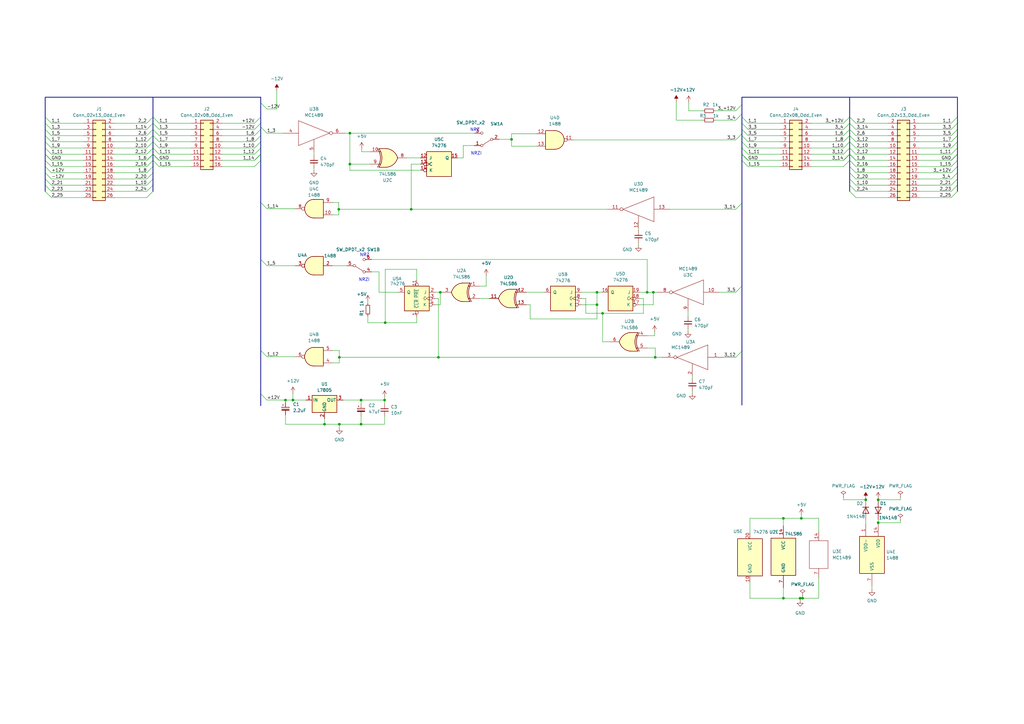
<source format=kicad_sch>
(kicad_sch
	(version 20250114)
	(generator "eeschema")
	(generator_version "9.0")
	(uuid "38f9d4dd-a691-4a6d-ab32-d870678a13e7")
	(paper "A3")
	(title_block
		(title "DataBoard 5048")
		(date "2023-10-11")
		(rev "1.01")
		(company "SweProj")
	)
	
	(text "NRZI"
		(exclude_from_sim no)
		(at 147.066 115.57 0)
		(effects
			(font
				(size 1.27 1.27)
			)
			(justify left bottom)
		)
		(uuid "0a0549fc-5a97-44df-acaf-44ce4abd60bc")
	)
	(text "NRZ"
		(exclude_from_sim no)
		(at 192.786 54.102 0)
		(effects
			(font
				(size 1.27 1.27)
			)
			(justify left bottom)
		)
		(uuid "65da2f38-a54d-4606-a75b-5437d94dafb4")
	)
	(text "NRZ"
		(exclude_from_sim no)
		(at 147.574 105.41 0)
		(effects
			(font
				(size 1.27 1.27)
			)
			(justify left bottom)
		)
		(uuid "66b984ee-175a-45c7-ad22-ff72c88da655")
	)
	(text "NRZI"
		(exclude_from_sim no)
		(at 193.04 63.754 0)
		(effects
			(font
				(size 1.27 1.27)
			)
			(justify left bottom)
		)
		(uuid "ba547d3a-757f-4e55-b938-7f370ca4ca15")
	)
	(junction
		(at 179.832 146.558)
		(diameter 0)
		(color 0 0 0 0)
		(uuid "05d76111-33fa-4efa-9f5c-f0444141185c")
	)
	(junction
		(at 148.082 173.99)
		(diameter 0)
		(color 0 0 0 0)
		(uuid "23884530-4578-4129-97c2-ca27d3dc0ea8")
	)
	(junction
		(at 244.856 119.888)
		(diameter 0)
		(color 0 0 0 0)
		(uuid "2978997a-fff6-43fc-95cd-76faa2b71cc6")
	)
	(junction
		(at 143.51 67.31)
		(diameter 0)
		(color 0 0 0 0)
		(uuid "2d9249b0-a5b0-4c27-98da-1473272c40c5")
	)
	(junction
		(at 117.094 164.084)
		(diameter 0)
		(color 0 0 0 0)
		(uuid "324d26e1-b966-4e4b-8448-62f4d7905ee1")
	)
	(junction
		(at 360.172 214.376)
		(diameter 0)
		(color 0 0 0 0)
		(uuid "39175905-43aa-4917-b231-aec47f9b5988")
	)
	(junction
		(at 139.192 173.99)
		(diameter 0)
		(color 0 0 0 0)
		(uuid "48dab5d8-1795-4f4f-bb2f-66b9f9366cea")
	)
	(junction
		(at 168.656 85.852)
		(diameter 0)
		(color 0 0 0 0)
		(uuid "4a938f0b-30c6-4bae-82de-daf75c42f9d5")
	)
	(junction
		(at 133.096 173.99)
		(diameter 0)
		(color 0 0 0 0)
		(uuid "55f8b612-5ab2-44fc-9a22-eb5ed05b32f8")
	)
	(junction
		(at 268.732 146.558)
		(diameter 0)
		(color 0 0 0 0)
		(uuid "57bbe5cd-e64c-499a-ba9d-a01509d08987")
	)
	(junction
		(at 328.676 212.598)
		(diameter 0)
		(color 0 0 0 0)
		(uuid "5b28bbf6-32a9-41cd-99fb-c4a31a8a68ed")
	)
	(junction
		(at 143.51 54.61)
		(diameter 0)
		(color 0 0 0 0)
		(uuid "5ca8a22b-6fd2-404e-bcab-ec5c06ed9c3b")
	)
	(junction
		(at 247.142 128.524)
		(diameter 0)
		(color 0 0 0 0)
		(uuid "6f3219fd-f649-42d0-97ab-74769c94cdc7")
	)
	(junction
		(at 265.43 119.888)
		(diameter 0)
		(color 0 0 0 0)
		(uuid "706704a4-19a1-4d17-9b54-685d08b264c4")
	)
	(junction
		(at 321.31 212.598)
		(diameter 0)
		(color 0 0 0 0)
		(uuid "70c793ac-0d79-49fa-ae32-e0fb6588d87d")
	)
	(junction
		(at 120.142 164.084)
		(diameter 0)
		(color 0 0 0 0)
		(uuid "8d2c2e37-94c7-430e-ba99-b462113e51df")
	)
	(junction
		(at 139.192 146.558)
		(diameter 0)
		(color 0 0 0 0)
		(uuid "8f4625c2-389c-4051-b9c1-32373dc30d62")
	)
	(junction
		(at 355.092 204.978)
		(diameter 0)
		(color 0 0 0 0)
		(uuid "97d04301-8694-471d-9e7c-3e3a18866bb8")
	)
	(junction
		(at 148.082 164.084)
		(diameter 0)
		(color 0 0 0 0)
		(uuid "99727968-14b0-4da1-82e2-ecffb5bce417")
	)
	(junction
		(at 321.31 245.364)
		(diameter 0)
		(color 0 0 0 0)
		(uuid "9ee7b708-2e41-4465-90fa-ccb4a40ddc76")
	)
	(junction
		(at 329.184 245.364)
		(diameter 0)
		(color 0 0 0 0)
		(uuid "a2b3efb0-d6c8-4041-8208-98255e7c7742")
	)
	(junction
		(at 157.734 164.084)
		(diameter 0)
		(color 0 0 0 0)
		(uuid "a2de0c69-9815-4ba0-b52c-c35f21f24380")
	)
	(junction
		(at 138.938 85.852)
		(diameter 0)
		(color 0 0 0 0)
		(uuid "a3ab2c9f-b9a7-48ac-9370-bbbeead8db78")
	)
	(junction
		(at 244.856 124.968)
		(diameter 0)
		(color 0 0 0 0)
		(uuid "a462b7df-2950-4e1b-9875-970e6bbffe80")
	)
	(junction
		(at 209.804 57.15)
		(diameter 0)
		(color 0 0 0 0)
		(uuid "a768df95-e422-4b2f-8393-33968d43ddbf")
	)
	(junction
		(at 180.594 119.888)
		(diameter 0)
		(color 0 0 0 0)
		(uuid "b13e2425-78b4-4961-8e03-29b6a368d768")
	)
	(junction
		(at 267.97 119.888)
		(diameter 0)
		(color 0 0 0 0)
		(uuid "c0ed5088-f695-4ac8-9496-04d7880e04cf")
	)
	(junction
		(at 157.988 132.334)
		(diameter 0)
		(color 0 0 0 0)
		(uuid "c48ce42d-46a2-4577-a00d-10817f6979af")
	)
	(junction
		(at 328.168 245.364)
		(diameter 0)
		(color 0 0 0 0)
		(uuid "c86696ce-4b5e-4bc5-b790-785f24096fa2")
	)
	(junction
		(at 360.172 204.978)
		(diameter 0)
		(color 0 0 0 0)
		(uuid "fe94871f-6779-44f7-bb67-4b2e18e8f096")
	)
	(bus_entry
		(at 348.488 68.326)
		(size 2.54 2.54)
		(stroke
			(width 0)
			(type default)
		)
		(uuid "003d1fcb-faa5-4b91-ad75-a4287131da28")
	)
	(bus_entry
		(at 392.684 58.166)
		(size -2.54 2.54)
		(stroke
			(width 0)
			(type default)
		)
		(uuid "068442e6-1599-4fe0-8aff-f8ad879b3f7d")
	)
	(bus_entry
		(at 106.934 63.246)
		(size -2.54 2.54)
		(stroke
			(width 0)
			(type default)
		)
		(uuid "0697c22b-5e49-4640-896c-0b07e4e4a3d7")
	)
	(bus_entry
		(at 301.752 85.852)
		(size 2.54 -2.54)
		(stroke
			(width 0)
			(type default)
		)
		(uuid "116d8d11-9685-4b6a-b090-45b40dbbbc26")
	)
	(bus_entry
		(at 348.488 48.006)
		(size -2.54 2.54)
		(stroke
			(width 0)
			(type default)
		)
		(uuid "134874b9-01ab-4706-b3b6-0518c45121c6")
	)
	(bus_entry
		(at 106.934 106.426)
		(size 2.54 2.54)
		(stroke
			(width 0)
			(type default)
		)
		(uuid "1546b91c-7999-4c41-91ee-d491ddd0d4bd")
	)
	(bus_entry
		(at 304.292 63.246)
		(size 2.54 2.54)
		(stroke
			(width 0)
			(type default)
		)
		(uuid "1684f0dc-28a1-4b4e-9559-3e6b6e2e24be")
	)
	(bus_entry
		(at 62.738 63.246)
		(size -2.54 2.54)
		(stroke
			(width 0)
			(type default)
		)
		(uuid "16b66556-c5b9-42c2-bd54-4d9cf0e86fd1")
	)
	(bus_entry
		(at 62.738 53.086)
		(size -2.54 2.54)
		(stroke
			(width 0)
			(type default)
		)
		(uuid "1743a77c-a8df-4751-8496-498847022c3f")
	)
	(bus_entry
		(at 348.488 58.166)
		(size 2.54 2.54)
		(stroke
			(width 0)
			(type default)
		)
		(uuid "189babf7-04c1-400c-8a39-b46a1c9992d0")
	)
	(bus_entry
		(at 106.934 53.086)
		(size -2.54 2.54)
		(stroke
			(width 0)
			(type default)
		)
		(uuid "1936def7-5ee4-4485-b8f2-303b0062a271")
	)
	(bus_entry
		(at 301.752 45.466)
		(size 2.54 -2.54)
		(stroke
			(width 0)
			(type default)
		)
		(uuid "1e28fd74-5f24-4ec4-a46e-210bca3300d6")
	)
	(bus_entry
		(at 62.738 48.006)
		(size -2.54 2.54)
		(stroke
			(width 0)
			(type default)
		)
		(uuid "22ebca52-c1aa-4e08-8e6e-8ceea6456720")
	)
	(bus_entry
		(at 348.488 53.086)
		(size 2.54 2.54)
		(stroke
			(width 0)
			(type default)
		)
		(uuid "2386b93f-25db-428c-8f79-7574ef5ffd4b")
	)
	(bus_entry
		(at 18.542 70.866)
		(size 2.54 2.54)
		(stroke
			(width 0)
			(type default)
		)
		(uuid "2639e60e-3354-4976-aa03-239e09efb66a")
	)
	(bus_entry
		(at 106.934 83.058)
		(size 2.54 2.54)
		(stroke
			(width 0)
			(type default)
		)
		(uuid "2e4f6768-4c3f-49da-ad4f-6b0239c3125e")
	)
	(bus_entry
		(at 18.542 48.006)
		(size 2.54 2.54)
		(stroke
			(width 0)
			(type default)
		)
		(uuid "2ed92f30-84f0-4e07-b3f6-c53bb1a21926")
	)
	(bus_entry
		(at 62.738 58.166)
		(size 2.54 2.54)
		(stroke
			(width 0)
			(type default)
		)
		(uuid "2f450d73-0495-4a00-8708-3938f380d7c7")
	)
	(bus_entry
		(at 62.738 55.626)
		(size 2.54 2.54)
		(stroke
			(width 0)
			(type default)
		)
		(uuid "2fa29ada-9931-49a0-8940-e1b495004ec9")
	)
	(bus_entry
		(at 106.934 161.544)
		(size 2.54 2.54)
		(stroke
			(width 0)
			(type default)
		)
		(uuid "340af061-eb65-4171-a941-a879a81bef8d")
	)
	(bus_entry
		(at 304.292 58.166)
		(size 2.54 2.54)
		(stroke
			(width 0)
			(type default)
		)
		(uuid "36b66874-7f3c-47d1-b9c4-fcf3ebf99d52")
	)
	(bus_entry
		(at 348.488 78.486)
		(size 2.54 2.54)
		(stroke
			(width 0)
			(type default)
		)
		(uuid "37fd7600-3913-47c6-b4d5-e6c426949cf9")
	)
	(bus_entry
		(at 392.684 70.866)
		(size -2.54 2.54)
		(stroke
			(width 0)
			(type default)
		)
		(uuid "3b40cda5-3713-4c90-82cf-bf0e314716f4")
	)
	(bus_entry
		(at 106.934 143.764)
		(size 2.54 2.54)
		(stroke
			(width 0)
			(type default)
		)
		(uuid "3da4357e-5bc7-4168-8eb4-f9f76e887917")
	)
	(bus_entry
		(at 348.488 63.246)
		(size 2.54 2.54)
		(stroke
			(width 0)
			(type default)
		)
		(uuid "3f99e6b9-0c94-48c8-bf12-9aaf6b94db74")
	)
	(bus_entry
		(at 62.738 63.246)
		(size 2.54 2.54)
		(stroke
			(width 0)
			(type default)
		)
		(uuid "46d1f425-d7a5-4818-8d8e-e7bcdb5dc899")
	)
	(bus_entry
		(at 106.934 65.786)
		(size -2.54 2.54)
		(stroke
			(width 0)
			(type default)
		)
		(uuid "47eba0e9-b079-43f1-9cbe-7809ca63d490")
	)
	(bus_entry
		(at 348.488 73.406)
		(size 2.54 2.54)
		(stroke
			(width 0)
			(type default)
		)
		(uuid "49bbea0d-f22d-46e1-b222-05a65ed8065d")
	)
	(bus_entry
		(at 304.292 60.706)
		(size 2.54 2.54)
		(stroke
			(width 0)
			(type default)
		)
		(uuid "4f3094e8-57ee-4bc4-ae9e-f4e4a3b6e0b5")
	)
	(bus_entry
		(at 348.488 63.246)
		(size 2.54 2.54)
		(stroke
			(width 0)
			(type default)
		)
		(uuid "502d33d5-6ac0-40f7-bf9f-3866650c5301")
	)
	(bus_entry
		(at 18.542 63.246)
		(size 2.54 2.54)
		(stroke
			(width 0)
			(type default)
		)
		(uuid "50b3ad60-a93b-4d8e-a768-fae135b6a63f")
	)
	(bus_entry
		(at 106.934 60.706)
		(size -2.54 2.54)
		(stroke
			(width 0)
			(type default)
		)
		(uuid "514798bd-d36d-48c5-8e89-2e3b5bfafbcf")
	)
	(bus_entry
		(at 62.738 70.866)
		(size -2.54 2.54)
		(stroke
			(width 0)
			(type default)
		)
		(uuid "522977e6-d3d8-4cab-94c6-50adfc56f8eb")
	)
	(bus_entry
		(at 348.488 50.546)
		(size -2.54 2.54)
		(stroke
			(width 0)
			(type default)
		)
		(uuid "556ef87a-0866-4ea1-98ad-4f991a4adcac")
	)
	(bus_entry
		(at 18.542 75.946)
		(size 2.54 2.54)
		(stroke
			(width 0)
			(type default)
		)
		(uuid "56cb05f0-6e25-41ba-9045-45c58b9ba859")
	)
	(bus_entry
		(at 348.488 53.086)
		(size -2.54 2.54)
		(stroke
			(width 0)
			(type default)
		)
		(uuid "5ecd772f-a8d8-45ef-82dd-5cde2a128c5e")
	)
	(bus_entry
		(at 392.684 53.086)
		(size -2.54 2.54)
		(stroke
			(width 0)
			(type default)
		)
		(uuid "5f19d8a5-37cd-4f76-a8cc-3e602b4ae33a")
	)
	(bus_entry
		(at 62.738 68.326)
		(size -2.54 2.54)
		(stroke
			(width 0)
			(type default)
		)
		(uuid "5fe95144-062d-4d27-8043-35ee7d9a36ed")
	)
	(bus_entry
		(at 392.684 63.246)
		(size -2.54 2.54)
		(stroke
			(width 0)
			(type default)
		)
		(uuid "60d977a2-b56c-41b6-b3c2-36585c42b3c1")
	)
	(bus_entry
		(at 348.488 48.006)
		(size 2.54 2.54)
		(stroke
			(width 0)
			(type default)
		)
		(uuid "64cc099c-e47b-439a-8e13-7b81a19cc0f4")
	)
	(bus_entry
		(at 348.488 75.946)
		(size 2.54 2.54)
		(stroke
			(width 0)
			(type default)
		)
		(uuid "654f4ce1-79bd-433f-a30c-364edbb80f34")
	)
	(bus_entry
		(at 392.684 50.546)
		(size -2.54 2.54)
		(stroke
			(width 0)
			(type default)
		)
		(uuid "6628b013-6e20-450c-a8da-b99f1e9fde8d")
	)
	(bus_entry
		(at 348.488 55.626)
		(size 2.54 2.54)
		(stroke
			(width 0)
			(type default)
		)
		(uuid "66cf3148-e774-4c95-9e9e-38f961248217")
	)
	(bus_entry
		(at 348.488 63.246)
		(size -2.54 2.54)
		(stroke
			(width 0)
			(type default)
		)
		(uuid "67c0f529-e58a-46d0-a97b-888e2e6b5350")
	)
	(bus_entry
		(at 392.684 78.486)
		(size -2.54 2.54)
		(stroke
			(width 0)
			(type default)
		)
		(uuid "6acf1652-d7e8-4a19-9b3d-f59610a1a521")
	)
	(bus_entry
		(at 348.488 65.786)
		(size 2.54 2.54)
		(stroke
			(width 0)
			(type default)
		)
		(uuid "6cd94c62-f24e-4667-b96e-78a5defd64a4")
	)
	(bus_entry
		(at 301.752 119.888)
		(size 2.54 -2.54)
		(stroke
			(width 0)
			(type default)
		)
		(uuid "6f34ee05-1497-45ed-b87e-5c9391ed4ade")
	)
	(bus_entry
		(at 301.752 49.276)
		(size 2.54 -2.54)
		(stroke
			(width 0)
			(type default)
		)
		(uuid "705086ce-28fb-4eec-923a-6329b62ce142")
	)
	(bus_entry
		(at 62.738 53.086)
		(size 2.54 2.54)
		(stroke
			(width 0)
			(type default)
		)
		(uuid "73f60eae-7ce0-4fc6-b0a9-aa59af806ae9")
	)
	(bus_entry
		(at 301.752 57.404)
		(size 2.54 -2.54)
		(stroke
			(width 0)
			(type default)
		)
		(uuid "752c659b-fd41-41a3-b784-be7340cdd76a")
	)
	(bus_entry
		(at 18.542 50.546)
		(size 2.54 2.54)
		(stroke
			(width 0)
			(type default)
		)
		(uuid "7a796354-3f0c-4bef-8d91-1a1cb40d6c36")
	)
	(bus_entry
		(at 106.934 48.006)
		(size -2.54 2.54)
		(stroke
			(width 0)
			(type default)
		)
		(uuid "7c049d96-131c-454e-bd8a-8f75dc47d788")
	)
	(bus_entry
		(at 348.488 55.626)
		(size -2.54 2.54)
		(stroke
			(width 0)
			(type default)
		)
		(uuid "7fbc58b4-8511-40c2-9104-aba7748edbf9")
	)
	(bus_entry
		(at 301.752 146.558)
		(size 2.54 -2.54)
		(stroke
			(width 0)
			(type default)
		)
		(uuid "81963e57-0aa1-45df-b4fc-012fb90bac4a")
	)
	(bus_entry
		(at 62.738 58.166)
		(size -2.54 2.54)
		(stroke
			(width 0)
			(type default)
		)
		(uuid "84eda46a-3959-42df-acd2-a45745a02762")
	)
	(bus_entry
		(at 62.738 73.406)
		(size -2.54 2.54)
		(stroke
			(width 0)
			(type default)
		)
		(uuid "855196f1-0dd3-4e1c-b126-50b86b9c259b")
	)
	(bus_entry
		(at 18.542 58.166)
		(size 2.54 2.54)
		(stroke
			(width 0)
			(type default)
		)
		(uuid "8b7c5736-b30d-4d07-8927-2a323494413c")
	)
	(bus_entry
		(at 18.542 65.786)
		(size 2.54 2.54)
		(stroke
			(width 0)
			(type default)
		)
		(uuid "8bdce988-32bc-4224-a7ca-32d2756af9d8")
	)
	(bus_entry
		(at 348.488 63.246)
		(size -2.54 2.54)
		(stroke
			(width 0)
			(type default)
		)
		(uuid "8e72cd03-5f6b-4934-9e92-4dd3f9265aae")
	)
	(bus_entry
		(at 392.684 60.706)
		(size -2.54 2.54)
		(stroke
			(width 0)
			(type default)
		)
		(uuid "8fc28670-cb2e-42e6-8950-530b1533c432")
	)
	(bus_entry
		(at 62.738 65.786)
		(size 2.54 2.54)
		(stroke
			(width 0)
			(type default)
		)
		(uuid "94bf3dcb-8550-4c3d-9a0e-f3c42cf27c63")
	)
	(bus_entry
		(at 304.292 63.246)
		(size 2.54 2.54)
		(stroke
			(width 0)
			(type default)
		)
		(uuid "953075b6-4fd1-4c15-9418-1b31e75dfcb3")
	)
	(bus_entry
		(at 62.738 60.706)
		(size 2.54 2.54)
		(stroke
			(width 0)
			(type default)
		)
		(uuid "96d52189-b27a-442f-a4ef-b7bd5c084755")
	)
	(bus_entry
		(at 348.488 70.866)
		(size 2.54 2.54)
		(stroke
			(width 0)
			(type default)
		)
		(uuid "9a5ce63c-1ae6-40ef-a678-0335a17df09c")
	)
	(bus_entry
		(at 348.488 60.706)
		(size 2.54 2.54)
		(stroke
			(width 0)
			(type default)
		)
		(uuid "9b0269f0-40f9-43f7-a42b-781845a5eab3")
	)
	(bus_entry
		(at 304.292 65.786)
		(size 2.54 2.54)
		(stroke
			(width 0)
			(type default)
		)
		(uuid "9b8c5116-aeb6-4c8f-983f-7a111ae723f3")
	)
	(bus_entry
		(at 348.488 60.706)
		(size -2.54 2.54)
		(stroke
			(width 0)
			(type default)
		)
		(uuid "9ca456cf-6e0d-465a-ab64-8d4814978299")
	)
	(bus_entry
		(at 106.934 63.246)
		(size -2.54 2.54)
		(stroke
			(width 0)
			(type default)
		)
		(uuid "9e2ab418-8243-4bc3-96f2-b871baff1e87")
	)
	(bus_entry
		(at 348.488 50.546)
		(size 2.54 2.54)
		(stroke
			(width 0)
			(type default)
		)
		(uuid "9eaf3673-fc28-4bc9-bc0f-b9810a22b62c")
	)
	(bus_entry
		(at 18.542 53.086)
		(size 2.54 2.54)
		(stroke
			(width 0)
			(type default)
		)
		(uuid "a1be8e50-db43-4694-ba00-9a1de2c7c91d")
	)
	(bus_entry
		(at 18.542 68.326)
		(size 2.54 2.54)
		(stroke
			(width 0)
			(type default)
		)
		(uuid "a793ea26-05e6-4d63-8941-6840393b0e72")
	)
	(bus_entry
		(at 62.738 63.246)
		(size -2.54 2.54)
		(stroke
			(width 0)
			(type default)
		)
		(uuid "b26d2f72-9627-4327-8af9-796c68445d00")
	)
	(bus_entry
		(at 18.542 60.706)
		(size 2.54 2.54)
		(stroke
			(width 0)
			(type default)
		)
		(uuid "b38dd378-a6a6-4011-b3e0-e4a72da16579")
	)
	(bus_entry
		(at 62.738 65.786)
		(size -2.54 2.54)
		(stroke
			(width 0)
			(type default)
		)
		(uuid "bc6d5f38-4e30-4bbc-b80f-04060875cd1d")
	)
	(bus_entry
		(at 106.934 55.626)
		(size -2.54 2.54)
		(stroke
			(width 0)
			(type default)
		)
		(uuid "bce0c2d8-6e43-435e-bb61-0cc3749da8b8")
	)
	(bus_entry
		(at 62.738 75.946)
		(size -2.54 2.54)
		(stroke
			(width 0)
			(type default)
		)
		(uuid "bd3884ae-47cd-4003-bd3b-243e33fbbe5e")
	)
	(bus_entry
		(at 62.738 60.706)
		(size -2.54 2.54)
		(stroke
			(width 0)
			(type default)
		)
		(uuid "be82a768-71ec-4b09-b39b-e29509bf0a30")
	)
	(bus_entry
		(at 18.542 63.246)
		(size 2.54 2.54)
		(stroke
			(width 0)
			(type default)
		)
		(uuid "beb2ce28-a494-4ab6-8d92-9f5569360b3b")
	)
	(bus_entry
		(at 348.488 65.786)
		(size -2.54 2.54)
		(stroke
			(width 0)
			(type default)
		)
		(uuid "c29922fc-c72d-4acb-917d-35b78b79d3da")
	)
	(bus_entry
		(at 106.934 52.07)
		(size 2.54 2.54)
		(stroke
			(width 0)
			(type default)
		)
		(uuid "c2c6d1b7-9a09-4798-9329-6fd9e0eb9f9b")
	)
	(bus_entry
		(at 18.542 55.626)
		(size 2.54 2.54)
		(stroke
			(width 0)
			(type default)
		)
		(uuid "c50e9406-8338-4c38-a5a7-909a95fe4f68")
	)
	(bus_entry
		(at 18.542 73.406)
		(size 2.54 2.54)
		(stroke
			(width 0)
			(type default)
		)
		(uuid "c72578e8-8313-462c-a847-0b9c0eb553b4")
	)
	(bus_entry
		(at 304.292 50.546)
		(size 2.54 2.54)
		(stroke
			(width 0)
			(type default)
		)
		(uuid "ca95c90e-08fb-4680-a074-7c8e7a997f1d")
	)
	(bus_entry
		(at 392.684 48.006)
		(size -2.54 2.54)
		(stroke
			(width 0)
			(type default)
		)
		(uuid "cb029519-4a00-4030-b088-1e021e6eddbc")
	)
	(bus_entry
		(at 18.542 78.486)
		(size 2.54 2.54)
		(stroke
			(width 0)
			(type default)
		)
		(uuid "ce09847d-8b20-4805-a45e-9b7ef8a44a40")
	)
	(bus_entry
		(at 62.738 55.626)
		(size -2.54 2.54)
		(stroke
			(width 0)
			(type default)
		)
		(uuid "d0dd4985-9159-4c8f-bd5d-4f81896b1585")
	)
	(bus_entry
		(at 62.738 50.546)
		(size 2.54 2.54)
		(stroke
			(width 0)
			(type default)
		)
		(uuid "d3281a8d-80a7-4a3a-8e06-922ad4300cf4")
	)
	(bus_entry
		(at 392.684 55.626)
		(size -2.54 2.54)
		(stroke
			(width 0)
			(type default)
		)
		(uuid "d61f1355-0196-4400-af1d-deda07476059")
	)
	(bus_entry
		(at 392.684 73.406)
		(size -2.54 2.54)
		(stroke
			(width 0)
			(type default)
		)
		(uuid "d807b986-56a9-49ac-9f42-833b4904ec1c")
	)
	(bus_entry
		(at 106.934 58.166)
		(size -2.54 2.54)
		(stroke
			(width 0)
			(type default)
		)
		(uuid "d9259b32-4c4d-430b-916a-80125e6f1046")
	)
	(bus_entry
		(at 62.738 78.486)
		(size -2.54 2.54)
		(stroke
			(width 0)
			(type default)
		)
		(uuid "d9a4bf46-aeeb-4320-82a2-730c3030a128")
	)
	(bus_entry
		(at 62.738 50.546)
		(size -2.54 2.54)
		(stroke
			(width 0)
			(type default)
		)
		(uuid "e3a83871-1e3b-4bcb-90a3-aab13e3d626a")
	)
	(bus_entry
		(at 106.934 50.546)
		(size -2.54 2.54)
		(stroke
			(width 0)
			(type default)
		)
		(uuid "eaecfb63-b383-46a9-8c29-971cf5741b06")
	)
	(bus_entry
		(at 62.738 48.006)
		(size 2.54 2.54)
		(stroke
			(width 0)
			(type default)
		)
		(uuid "eb3be473-2ed0-4e07-8937-98c8ac7ba835")
	)
	(bus_entry
		(at 304.292 55.626)
		(size 2.54 2.54)
		(stroke
			(width 0)
			(type default)
		)
		(uuid "ec12118a-11fb-4a03-8278-8af128108827")
	)
	(bus_entry
		(at 392.684 65.786)
		(size -2.54 2.54)
		(stroke
			(width 0)
			(type default)
		)
		(uuid "ed96362e-2f54-4487-83cb-bf5cecc9abba")
	)
	(bus_entry
		(at 106.934 42.164)
		(size 2.54 2.54)
		(stroke
			(width 0)
			(type default)
		)
		(uuid "f0ee5270-cb0b-4f9f-8b5d-930b1e290dec")
	)
	(bus_entry
		(at 348.488 58.166)
		(size -2.54 2.54)
		(stroke
			(width 0)
			(type default)
		)
		(uuid "f2761677-6aaa-403f-b3e8-b752d8c6024c")
	)
	(bus_entry
		(at 392.684 75.946)
		(size -2.54 2.54)
		(stroke
			(width 0)
			(type default)
		)
		(uuid "f53a9aff-6bbc-4b91-b648-4d449bf15f05")
	)
	(bus_entry
		(at 392.684 63.246)
		(size -2.54 2.54)
		(stroke
			(width 0)
			(type default)
		)
		(uuid "f636d4c7-749d-4d78-8d30-8065e86022c0")
	)
	(bus_entry
		(at 392.684 68.326)
		(size -2.54 2.54)
		(stroke
			(width 0)
			(type default)
		)
		(uuid "f7104bcb-1d7a-47a6-88f7-933ea6734410")
	)
	(bus_entry
		(at 304.292 48.006)
		(size 2.54 2.54)
		(stroke
			(width 0)
			(type default)
		)
		(uuid "f9f0bf41-f772-4241-b665-f980f26602e4")
	)
	(bus_entry
		(at 62.738 63.246)
		(size 2.54 2.54)
		(stroke
			(width 0)
			(type default)
		)
		(uuid "ff1e4d14-94fd-4d4b-8ff3-ee6da419f0b4")
	)
	(bus_entry
		(at 304.292 53.086)
		(size 2.54 2.54)
		(stroke
			(width 0)
			(type default)
		)
		(uuid "ff9c8699-99e4-4cb4-a07b-6f42c26add78")
	)
	(bus
		(pts
			(xy 62.738 63.246) (xy 62.738 65.786)
		)
		(stroke
			(width 0)
			(type default)
		)
		(uuid "003ae37c-30c0-4a24-a678-eec8e15ce7cf")
	)
	(bus
		(pts
			(xy 304.292 48.006) (xy 304.292 50.546)
		)
		(stroke
			(width 0)
			(type default)
		)
		(uuid "006e6794-d3bf-41e0-b09c-601c0b79608f")
	)
	(wire
		(pts
			(xy 390.144 81.026) (xy 376.936 81.026)
		)
		(stroke
			(width 0)
			(type default)
		)
		(uuid "0094147e-bb37-4eb4-a069-ca2f4286c235")
	)
	(bus
		(pts
			(xy 18.542 63.246) (xy 18.542 65.786)
		)
		(stroke
			(width 0)
			(type default)
		)
		(uuid "02aea13e-8402-435a-838b-9456121a1756")
	)
	(wire
		(pts
			(xy 357.632 240.284) (xy 357.632 241.808)
		)
		(stroke
			(width 0)
			(type default)
		)
		(uuid "02f1b093-2352-4105-844e-51e92514a363")
	)
	(wire
		(pts
			(xy 328.168 245.364) (xy 328.168 246.126)
		)
		(stroke
			(width 0)
			(type default)
		)
		(uuid "054f3916-05bb-4419-932b-c1904995598b")
	)
	(wire
		(pts
			(xy 104.394 63.246) (xy 91.186 63.246)
		)
		(stroke
			(width 0)
			(type default)
		)
		(uuid "0599c147-e709-4ddf-9de3-486493d02981")
	)
	(bus
		(pts
			(xy 348.488 60.706) (xy 348.488 63.246)
		)
		(stroke
			(width 0)
			(type default)
		)
		(uuid "05d5fdba-ec88-461f-a210-420a9efdeabe")
	)
	(wire
		(pts
			(xy 60.198 63.246) (xy 46.99 63.246)
		)
		(stroke
			(width 0)
			(type default)
		)
		(uuid "05f8bd54-eca1-4796-9f49-cdda3957c078")
	)
	(bus
		(pts
			(xy 304.292 65.786) (xy 304.292 83.312)
		)
		(stroke
			(width 0)
			(type default)
		)
		(uuid "07671cbb-7426-4b24-b542-78cf880dc483")
	)
	(bus
		(pts
			(xy 18.542 39.878) (xy 106.934 39.878)
		)
		(stroke
			(width 0)
			(type default)
		)
		(uuid "07769b16-9ebc-4f23-817e-cc55a6979c4b")
	)
	(bus
		(pts
			(xy 304.292 42.926) (xy 304.292 46.736)
		)
		(stroke
			(width 0)
			(type default)
		)
		(uuid "088bc09c-da9e-44e9-8ab2-248293cc0961")
	)
	(bus
		(pts
			(xy 304.292 39.878) (xy 304.292 42.926)
		)
		(stroke
			(width 0)
			(type default)
		)
		(uuid "0996b998-138e-455d-baed-ead1a2eb595c")
	)
	(wire
		(pts
			(xy 369.316 213.36) (xy 369.316 214.376)
		)
		(stroke
			(width 0)
			(type default)
		)
		(uuid "0b4512bd-e6db-47e9-b38b-30e33c182157")
	)
	(bus
		(pts
			(xy 348.488 40.132) (xy 348.488 48.006)
		)
		(stroke
			(width 0)
			(type default)
		)
		(uuid "0c59225d-d303-4ba1-a9f7-667f19686aff")
	)
	(wire
		(pts
			(xy 60.198 58.166) (xy 46.99 58.166)
		)
		(stroke
			(width 0)
			(type default)
		)
		(uuid "0c7a1fbb-e4cb-46d2-bc7b-263444b34af5")
	)
	(wire
		(pts
			(xy 265.43 106.426) (xy 265.43 119.888)
		)
		(stroke
			(width 0)
			(type default)
		)
		(uuid "0caa4758-8585-436d-b020-07e2712211f6")
	)
	(wire
		(pts
			(xy 109.474 108.966) (xy 121.158 108.966)
		)
		(stroke
			(width 0)
			(type default)
		)
		(uuid "0cebc53c-2c49-47a4-8cf2-113eda821c3a")
	)
	(wire
		(pts
			(xy 268.478 137.668) (xy 268.478 136.144)
		)
		(stroke
			(width 0)
			(type default)
		)
		(uuid "0d7e5e5c-1770-4a2a-93dd-f1c29dd7c727")
	)
	(wire
		(pts
			(xy 60.198 65.786) (xy 46.99 65.786)
		)
		(stroke
			(width 0)
			(type default)
		)
		(uuid "0dfec423-813a-4a74-9ce3-b9e49ac93401")
	)
	(wire
		(pts
			(xy 321.31 212.598) (xy 328.676 212.598)
		)
		(stroke
			(width 0)
			(type default)
		)
		(uuid "0f671966-d8a2-495b-b49e-9293cf972de5")
	)
	(wire
		(pts
			(xy 332.74 60.706) (xy 345.948 60.706)
		)
		(stroke
			(width 0)
			(type default)
		)
		(uuid "0f76de8e-9585-4a22-9b80-58f31afddb1a")
	)
	(wire
		(pts
			(xy 204.724 57.15) (xy 209.804 57.15)
		)
		(stroke
			(width 0)
			(type default)
		)
		(uuid "10806bb6-5111-495a-877a-12bfb146fe40")
	)
	(bus
		(pts
			(xy 392.684 68.326) (xy 392.684 70.866)
		)
		(stroke
			(width 0)
			(type default)
		)
		(uuid "10d53708-0d23-47eb-8975-727819421b01")
	)
	(wire
		(pts
			(xy 267.97 119.888) (xy 267.97 124.968)
		)
		(stroke
			(width 0)
			(type default)
		)
		(uuid "13c59b4f-959a-4c74-9c06-81e6bfedca08")
	)
	(wire
		(pts
			(xy 136.398 108.966) (xy 142.24 108.966)
		)
		(stroke
			(width 0)
			(type default)
		)
		(uuid "16ce0d2b-b102-416d-8d31-d4336ca12124")
	)
	(wire
		(pts
			(xy 209.804 59.944) (xy 209.804 57.15)
		)
		(stroke
			(width 0)
			(type default)
		)
		(uuid "17ed5276-28d7-4e90-bd73-f2743b6b9080")
	)
	(wire
		(pts
			(xy 143.51 69.85) (xy 172.466 69.85)
		)
		(stroke
			(width 0)
			(type default)
		)
		(uuid "1802fe0f-71d3-46c7-8e66-a6bef202d69c")
	)
	(wire
		(pts
			(xy 139.192 173.99) (xy 139.192 175.514)
		)
		(stroke
			(width 0)
			(type default)
		)
		(uuid "18dd07c8-2381-4492-81e0-3ebbdd8da00a")
	)
	(wire
		(pts
			(xy 390.144 78.486) (xy 376.936 78.486)
		)
		(stroke
			(width 0)
			(type default)
		)
		(uuid "18f3c889-0a3a-4419-bde2-42ad926c3a2d")
	)
	(bus
		(pts
			(xy 62.738 65.786) (xy 62.738 68.326)
		)
		(stroke
			(width 0)
			(type default)
		)
		(uuid "19029d48-a73a-4107-b763-787b65b90097")
	)
	(wire
		(pts
			(xy 21.082 81.026) (xy 34.29 81.026)
		)
		(stroke
			(width 0)
			(type default)
		)
		(uuid "190939c9-8882-4d7c-a728-d626585574f5")
	)
	(bus
		(pts
			(xy 392.684 39.878) (xy 304.292 39.878)
		)
		(stroke
			(width 0)
			(type default)
		)
		(uuid "198f9360-5fac-4c0d-a94a-753e404704a2")
	)
	(wire
		(pts
			(xy 307.594 218.44) (xy 307.594 212.598)
		)
		(stroke
			(width 0)
			(type default)
		)
		(uuid "1a56f948-cc64-4dff-996e-5befdc229099")
	)
	(bus
		(pts
			(xy 62.738 58.166) (xy 62.738 60.706)
		)
		(stroke
			(width 0)
			(type default)
		)
		(uuid "1bab8331-d1f9-45e5-9431-3c5b3c52690f")
	)
	(bus
		(pts
			(xy 62.738 50.546) (xy 62.738 53.086)
		)
		(stroke
			(width 0)
			(type default)
		)
		(uuid "1c01437b-3f78-4b44-8ae4-91e732a9ceff")
	)
	(wire
		(pts
			(xy 351.028 50.546) (xy 364.236 50.546)
		)
		(stroke
			(width 0)
			(type default)
		)
		(uuid "1c281edc-b495-4440-8cfc-b59e64e1046f")
	)
	(bus
		(pts
			(xy 106.934 58.166) (xy 106.934 60.706)
		)
		(stroke
			(width 0)
			(type default)
		)
		(uuid "1c3339b3-c155-449f-be1f-cbbf9f833da1")
	)
	(wire
		(pts
			(xy 240.284 122.428) (xy 240.284 128.524)
		)
		(stroke
			(width 0)
			(type default)
		)
		(uuid "1e54d020-695c-4d38-873f-9f0fa4dc6747")
	)
	(bus
		(pts
			(xy 348.488 75.946) (xy 348.488 78.486)
		)
		(stroke
			(width 0)
			(type default)
		)
		(uuid "1ee932aa-d79f-4e69-b7a4-85252343788a")
	)
	(bus
		(pts
			(xy 18.542 68.326) (xy 18.542 70.866)
		)
		(stroke
			(width 0)
			(type default)
		)
		(uuid "1f15b237-4255-4881-a29a-d846d1f5338d")
	)
	(bus
		(pts
			(xy 304.292 144.018) (xy 304.292 166.116)
		)
		(stroke
			(width 0)
			(type default)
		)
		(uuid "1fe466dc-196a-45f7-9689-4fba8a8faa8b")
	)
	(wire
		(pts
			(xy 306.832 58.166) (xy 320.04 58.166)
		)
		(stroke
			(width 0)
			(type default)
		)
		(uuid "2002bd7f-f59a-43db-9c82-fffb36ee25d5")
	)
	(bus
		(pts
			(xy 62.738 40.132) (xy 62.738 48.006)
		)
		(stroke
			(width 0)
			(type default)
		)
		(uuid "210cefc0-eb4a-4771-a8b7-2afb8e37b675")
	)
	(wire
		(pts
			(xy 351.028 73.406) (xy 364.236 73.406)
		)
		(stroke
			(width 0)
			(type default)
		)
		(uuid "212dae24-70bb-43c0-953d-8909868e9dfe")
	)
	(wire
		(pts
			(xy 390.144 53.086) (xy 376.936 53.086)
		)
		(stroke
			(width 0)
			(type default)
		)
		(uuid "21b315ed-d309-4258-8f5d-deaeb437b4d3")
	)
	(wire
		(pts
			(xy 351.028 75.946) (xy 364.236 75.946)
		)
		(stroke
			(width 0)
			(type default)
		)
		(uuid "21f79664-c86c-4157-9843-ccb9d0d6716c")
	)
	(wire
		(pts
			(xy 152.4 111.506) (xy 155.448 111.506)
		)
		(stroke
			(width 0)
			(type default)
		)
		(uuid "234cef1a-1376-4a18-9264-6f76f021dabb")
	)
	(bus
		(pts
			(xy 304.292 60.706) (xy 304.292 63.246)
		)
		(stroke
			(width 0)
			(type default)
		)
		(uuid "23dbe5db-0b22-452e-9afb-288dbf3688f5")
	)
	(bus
		(pts
			(xy 392.684 73.406) (xy 392.684 75.946)
		)
		(stroke
			(width 0)
			(type default)
		)
		(uuid "259ff3e3-c6f6-4cf0-99c7-d24945d24e19")
	)
	(wire
		(pts
			(xy 21.082 73.406) (xy 34.29 73.406)
		)
		(stroke
			(width 0)
			(type default)
		)
		(uuid "28b391c0-66ec-4ad3-8b2b-8a2eec7f763e")
	)
	(wire
		(pts
			(xy 351.028 63.246) (xy 364.236 63.246)
		)
		(stroke
			(width 0)
			(type default)
		)
		(uuid "29140952-af0d-4a3a-8012-38c0971b98ef")
	)
	(bus
		(pts
			(xy 348.488 58.166) (xy 348.488 60.706)
		)
		(stroke
			(width 0)
			(type default)
		)
		(uuid "29556a4c-7cfb-40a4-a227-3b3bd0c989d6")
	)
	(wire
		(pts
			(xy 120.142 164.084) (xy 125.476 164.084)
		)
		(stroke
			(width 0)
			(type default)
		)
		(uuid "29c3d4b3-12e0-4f05-a95f-f532e8bbe97d")
	)
	(wire
		(pts
			(xy 217.424 124.968) (xy 217.424 130.81)
		)
		(stroke
			(width 0)
			(type default)
		)
		(uuid "2a8f1361-0b95-4bce-ab6a-6324cdf8f519")
	)
	(wire
		(pts
			(xy 141.478 54.61) (xy 143.51 54.61)
		)
		(stroke
			(width 0)
			(type default)
		)
		(uuid "2aa03329-8da4-477c-872f-ee2ba20c63ca")
	)
	(wire
		(pts
			(xy 351.028 60.706) (xy 364.236 60.706)
		)
		(stroke
			(width 0)
			(type default)
		)
		(uuid "2ac13c58-405f-4f74-910e-07f3113be575")
	)
	(wire
		(pts
			(xy 180.594 119.888) (xy 181.356 119.888)
		)
		(stroke
			(width 0)
			(type default)
		)
		(uuid "2ae7d040-1965-4cb0-96b6-2498673a5307")
	)
	(wire
		(pts
			(xy 360.172 204.978) (xy 360.172 205.486)
		)
		(stroke
			(width 0)
			(type default)
		)
		(uuid "2bba4151-2829-466c-9bb6-4a04ae6748d3")
	)
	(wire
		(pts
			(xy 21.082 58.166) (xy 34.29 58.166)
		)
		(stroke
			(width 0)
			(type default)
		)
		(uuid "2c4399f8-ddc3-4082-a44c-1179a12378d4")
	)
	(wire
		(pts
			(xy 104.394 58.166) (xy 91.186 58.166)
		)
		(stroke
			(width 0)
			(type default)
		)
		(uuid "2c8fa3a3-62c6-42e6-9ee3-82a8e796eca3")
	)
	(wire
		(pts
			(xy 157.734 162.814) (xy 157.734 164.084)
		)
		(stroke
			(width 0)
			(type default)
		)
		(uuid "2d15e76c-208a-4669-9c16-9746f4a5d7f9")
	)
	(wire
		(pts
			(xy 355.092 204.978) (xy 345.948 204.978)
		)
		(stroke
			(width 0)
			(type default)
		)
		(uuid "2d8529cf-e511-4cfc-865b-8b0ab4ead997")
	)
	(wire
		(pts
			(xy 240.284 128.524) (xy 247.142 128.524)
		)
		(stroke
			(width 0)
			(type default)
		)
		(uuid "2da22692-766d-4b95-8648-a10ddb9d822d")
	)
	(bus
		(pts
			(xy 304.292 50.546) (xy 304.292 53.086)
		)
		(stroke
			(width 0)
			(type default)
		)
		(uuid "2e2c6005-f70e-408a-a5b1-781b9f13ff6a")
	)
	(wire
		(pts
			(xy 345.948 203.962) (xy 345.948 204.978)
		)
		(stroke
			(width 0)
			(type default)
		)
		(uuid "2f0e508a-1d4d-4e0a-816b-c98dec84df86")
	)
	(bus
		(pts
			(xy 62.738 73.406) (xy 62.738 75.946)
		)
		(stroke
			(width 0)
			(type default)
		)
		(uuid "30165f97-cb95-47f7-9e07-422eee951153")
	)
	(wire
		(pts
			(xy 247.142 140.208) (xy 250.19 140.208)
		)
		(stroke
			(width 0)
			(type default)
		)
		(uuid "304a4ae7-bd4b-49e5-be41-338427574225")
	)
	(wire
		(pts
			(xy 117.094 164.084) (xy 120.142 164.084)
		)
		(stroke
			(width 0)
			(type default)
		)
		(uuid "36bab4a0-fd2f-4080-8d77-4354dc4c52ac")
	)
	(wire
		(pts
			(xy 282.448 41.91) (xy 282.448 45.466)
		)
		(stroke
			(width 0)
			(type default)
		)
		(uuid "36c22f7b-780d-44e9-96f7-639bee48495d")
	)
	(bus
		(pts
			(xy 106.934 63.246) (xy 106.934 65.786)
		)
		(stroke
			(width 0)
			(type default)
		)
		(uuid "36c59715-a8bd-4e90-9f32-2ee4543f4de6")
	)
	(wire
		(pts
			(xy 360.172 204.978) (xy 369.316 204.978)
		)
		(stroke
			(width 0)
			(type default)
		)
		(uuid "37128c37-2c29-438b-9e54-76e282a3992a")
	)
	(wire
		(pts
			(xy 283.972 160.274) (xy 283.972 161.29)
		)
		(stroke
			(width 0)
			(type default)
		)
		(uuid "38e9b658-5144-4b57-b646-a13838eb7191")
	)
	(bus
		(pts
			(xy 62.738 60.706) (xy 62.738 63.246)
		)
		(stroke
			(width 0)
			(type default)
		)
		(uuid "3963737e-ca81-4dd9-b74b-9d75974d74bb")
	)
	(bus
		(pts
			(xy 348.488 65.786) (xy 348.488 68.326)
		)
		(stroke
			(width 0)
			(type default)
		)
		(uuid "3d28213d-2f72-438d-aadf-eea4c1f27554")
	)
	(bus
		(pts
			(xy 18.542 50.546) (xy 18.542 53.086)
		)
		(stroke
			(width 0)
			(type default)
		)
		(uuid "3d850e4e-2898-41bd-9936-fd0940d5ee71")
	)
	(bus
		(pts
			(xy 62.738 75.946) (xy 62.738 78.486)
		)
		(stroke
			(width 0)
			(type default)
		)
		(uuid "3da00d32-98ca-47b9-b6bc-a7f6c9bd28e5")
	)
	(wire
		(pts
			(xy 21.082 68.326) (xy 34.29 68.326)
		)
		(stroke
			(width 0)
			(type default)
		)
		(uuid "3e485b4a-e371-4471-88f3-e0f6f5bacfa7")
	)
	(wire
		(pts
			(xy 355.092 213.106) (xy 355.092 214.884)
		)
		(stroke
			(width 0)
			(type default)
		)
		(uuid "3ec3a76c-66e7-42f6-8966-4c0bb9cc54aa")
	)
	(wire
		(pts
			(xy 282.194 127.508) (xy 282.194 129.794)
		)
		(stroke
			(width 0)
			(type default)
		)
		(uuid "3fdd6398-22c8-4ad6-881c-39c00f02435b")
	)
	(wire
		(pts
			(xy 133.096 173.99) (xy 133.096 171.704)
		)
		(stroke
			(width 0)
			(type default)
		)
		(uuid "429865d3-9a80-422c-932a-ce1b05befcdd")
	)
	(wire
		(pts
			(xy 155.448 111.506) (xy 155.448 119.888)
		)
		(stroke
			(width 0)
			(type default)
		)
		(uuid "43e6bfec-93e0-4663-8549-1bd77198e5e4")
	)
	(wire
		(pts
			(xy 369.316 203.962) (xy 369.316 204.978)
		)
		(stroke
			(width 0)
			(type default)
		)
		(uuid "44ff7464-8621-4ab2-81a8-8eb16b496960")
	)
	(wire
		(pts
			(xy 148.082 164.084) (xy 157.734 164.084)
		)
		(stroke
			(width 0)
			(type default)
		)
		(uuid "46c55126-faa1-46fa-85ca-8080aee54dcd")
	)
	(wire
		(pts
			(xy 136.398 143.764) (xy 139.192 143.764)
		)
		(stroke
			(width 0)
			(type default)
		)
		(uuid "46f78d79-c47f-4f54-9819-355f365c019f")
	)
	(wire
		(pts
			(xy 321.31 245.364) (xy 328.168 245.364)
		)
		(stroke
			(width 0)
			(type default)
		)
		(uuid "47945a4d-5951-490b-a98c-7dc04914251f")
	)
	(wire
		(pts
			(xy 265.43 119.888) (xy 267.97 119.888)
		)
		(stroke
			(width 0)
			(type default)
		)
		(uuid "47a37ae5-654b-49ca-9328-656ade9bf756")
	)
	(wire
		(pts
			(xy 209.804 57.15) (xy 209.804 54.864)
		)
		(stroke
			(width 0)
			(type default)
		)
		(uuid "4991dd2e-b4f0-4914-90ee-ae8605b54efe")
	)
	(bus
		(pts
			(xy 62.738 70.866) (xy 62.738 73.406)
		)
		(stroke
			(width 0)
			(type default)
		)
		(uuid "49e9d04f-a667-4589-ab91-b98e0a9b61fb")
	)
	(wire
		(pts
			(xy 170.942 114.808) (xy 170.942 110.49)
		)
		(stroke
			(width 0)
			(type default)
		)
		(uuid "4a01c277-65a4-4ccd-a6fb-5f574c8b53a1")
	)
	(bus
		(pts
			(xy 392.684 53.086) (xy 392.684 55.626)
		)
		(stroke
			(width 0)
			(type default)
		)
		(uuid "4a89d88a-4080-4c29-b835-7c52d0de7cd1")
	)
	(wire
		(pts
			(xy 143.51 67.31) (xy 143.51 54.61)
		)
		(stroke
			(width 0)
			(type default)
		)
		(uuid "4af1d1e5-a777-4d18-bb10-1b8dc985f6a5")
	)
	(bus
		(pts
			(xy 18.542 70.866) (xy 18.542 73.406)
		)
		(stroke
			(width 0)
			(type default)
		)
		(uuid "4b783013-7d4d-40b6-9c6d-03731b96b5da")
	)
	(wire
		(pts
			(xy 219.964 59.944) (xy 209.804 59.944)
		)
		(stroke
			(width 0)
			(type default)
		)
		(uuid "4c586ab4-9829-4139-8ddd-a2073e9b26ea")
	)
	(wire
		(pts
			(xy 166.878 64.77) (xy 172.466 64.77)
		)
		(stroke
			(width 0)
			(type default)
		)
		(uuid "4f22376f-c260-4d0f-af46-43f3965bc385")
	)
	(wire
		(pts
			(xy 306.832 50.546) (xy 320.04 50.546)
		)
		(stroke
			(width 0)
			(type default)
		)
		(uuid "4f60eed3-bb58-47af-9f48-db9e74640a30")
	)
	(bus
		(pts
			(xy 348.488 68.326) (xy 348.488 70.866)
		)
		(stroke
			(width 0)
			(type default)
		)
		(uuid "4f8c567f-f921-42c6-b964-05b75c0e8651")
	)
	(wire
		(pts
			(xy 217.424 130.81) (xy 244.856 130.81)
		)
		(stroke
			(width 0)
			(type default)
		)
		(uuid "4f960609-a533-41ea-b534-e7bf33d2d01f")
	)
	(wire
		(pts
			(xy 104.394 68.326) (xy 91.186 68.326)
		)
		(stroke
			(width 0)
			(type default)
		)
		(uuid "4fcf3699-a1c3-4c0b-b453-98b803d3f1d3")
	)
	(wire
		(pts
			(xy 65.278 63.246) (xy 78.486 63.246)
		)
		(stroke
			(width 0)
			(type default)
		)
		(uuid "4fd9c798-7472-411d-9a11-51caafb57b15")
	)
	(wire
		(pts
			(xy 329.184 245.364) (xy 335.788 245.364)
		)
		(stroke
			(width 0)
			(type default)
		)
		(uuid "50ac7875-cdd8-40d9-873e-57e466534733")
	)
	(wire
		(pts
			(xy 139.192 146.558) (xy 179.832 146.558)
		)
		(stroke
			(width 0)
			(type default)
		)
		(uuid "51048d99-cfff-4e36-89ff-d54db136d9c6")
	)
	(wire
		(pts
			(xy 306.832 60.706) (xy 320.04 60.706)
		)
		(stroke
			(width 0)
			(type default)
		)
		(uuid "51409ef8-15e5-4532-b299-7977b114680c")
	)
	(wire
		(pts
			(xy 151.638 67.31) (xy 143.51 67.31)
		)
		(stroke
			(width 0)
			(type default)
		)
		(uuid "51ff7545-dc06-4a3a-89c8-ceb2e808bde0")
	)
	(wire
		(pts
			(xy 60.198 55.626) (xy 46.99 55.626)
		)
		(stroke
			(width 0)
			(type default)
		)
		(uuid "5398d253-30f4-4dae-baeb-049a06b92e67")
	)
	(wire
		(pts
			(xy 390.144 73.406) (xy 376.936 73.406)
		)
		(stroke
			(width 0)
			(type default)
		)
		(uuid "5516f1b5-d356-419f-8048-f1a85b129aef")
	)
	(bus
		(pts
			(xy 304.292 63.246) (xy 304.292 65.786)
		)
		(stroke
			(width 0)
			(type default)
		)
		(uuid "551b2c6d-5f0a-41b0-a9ce-13332d31db29")
	)
	(wire
		(pts
			(xy 332.74 68.326) (xy 345.948 68.326)
		)
		(stroke
			(width 0)
			(type default)
		)
		(uuid "556ffb63-522b-4184-8613-881c4b3e4aae")
	)
	(wire
		(pts
			(xy 178.562 124.968) (xy 180.594 124.968)
		)
		(stroke
			(width 0)
			(type default)
		)
		(uuid "5610d8fb-8ff6-421b-b799-89e9dabdcdbb")
	)
	(wire
		(pts
			(xy 104.394 60.706) (xy 91.186 60.706)
		)
		(stroke
			(width 0)
			(type default)
		)
		(uuid "59febcf7-2684-436e-b686-1ff60ebc3937")
	)
	(bus
		(pts
			(xy 348.488 48.006) (xy 348.488 50.546)
		)
		(stroke
			(width 0)
			(type default)
		)
		(uuid "5a0aebc8-fd67-4487-91b2-c3e0f4594e22")
	)
	(wire
		(pts
			(xy 21.082 63.246) (xy 34.29 63.246)
		)
		(stroke
			(width 0)
			(type default)
		)
		(uuid "5b868a2f-2ef8-4764-892a-c430928bc910")
	)
	(bus
		(pts
			(xy 106.934 65.786) (xy 106.934 83.058)
		)
		(stroke
			(width 0)
			(type default)
		)
		(uuid "5bcfbfbb-ccd3-4f29-b98b-5cb9dd73a986")
	)
	(wire
		(pts
			(xy 306.832 65.786) (xy 320.04 65.786)
		)
		(stroke
			(width 0)
			(type default)
		)
		(uuid "5ca0fee1-899a-4318-9cdf-d1548881ab82")
	)
	(wire
		(pts
			(xy 60.198 53.086) (xy 46.99 53.086)
		)
		(stroke
			(width 0)
			(type default)
		)
		(uuid "606fb61d-6eeb-43f9-a187-a260631c71ca")
	)
	(bus
		(pts
			(xy 106.934 39.878) (xy 106.934 42.164)
		)
		(stroke
			(width 0)
			(type default)
		)
		(uuid "62138d2b-f0cd-42e5-a6e9-4c526bc7e0c1")
	)
	(wire
		(pts
			(xy 21.082 75.946) (xy 34.29 75.946)
		)
		(stroke
			(width 0)
			(type default)
		)
		(uuid "628d6211-099c-419f-992e-7468c3f29ad3")
	)
	(wire
		(pts
			(xy 157.734 164.084) (xy 157.734 165.608)
		)
		(stroke
			(width 0)
			(type default)
		)
		(uuid "633c9142-4169-491b-a301-a0afeca79ed6")
	)
	(bus
		(pts
			(xy 348.488 53.086) (xy 348.488 55.626)
		)
		(stroke
			(width 0)
			(type default)
		)
		(uuid "633e3dde-a3b0-466f-8e59-82b2415d2c35")
	)
	(wire
		(pts
			(xy 65.278 68.326) (xy 78.486 68.326)
		)
		(stroke
			(width 0)
			(type default)
		)
		(uuid "637fabbe-cac9-4fae-a410-9c6c7a6b43e5")
	)
	(wire
		(pts
			(xy 179.832 122.428) (xy 179.832 146.558)
		)
		(stroke
			(width 0)
			(type default)
		)
		(uuid "65cd734a-1c9c-43a9-8abd-57768327bdff")
	)
	(wire
		(pts
			(xy 138.938 88.138) (xy 136.398 88.138)
		)
		(stroke
			(width 0)
			(type default)
		)
		(uuid "65d0fab6-0ce2-441d-b3ea-cd7543c89445")
	)
	(wire
		(pts
			(xy 328.676 212.598) (xy 335.788 212.598)
		)
		(stroke
			(width 0)
			(type default)
		)
		(uuid "67f080c8-1554-4a4f-b7fd-8e98017deafb")
	)
	(wire
		(pts
			(xy 262.128 122.428) (xy 263.906 122.428)
		)
		(stroke
			(width 0)
			(type default)
		)
		(uuid "696ed921-aef1-4281-83ff-15fdb15c6d6d")
	)
	(wire
		(pts
			(xy 148.336 62.23) (xy 151.638 62.23)
		)
		(stroke
			(width 0)
			(type default)
		)
		(uuid "6a3c354c-a4d6-44cc-ae2d-6fdea2553d08")
	)
	(wire
		(pts
			(xy 128.778 62.23) (xy 128.778 63.754)
		)
		(stroke
			(width 0)
			(type default)
		)
		(uuid "6baf1201-ac5a-4266-b600-9b2eb537d9f2")
	)
	(wire
		(pts
			(xy 65.278 60.706) (xy 78.486 60.706)
		)
		(stroke
			(width 0)
			(type default)
		)
		(uuid "6bf4e397-9dc1-4bad-9f43-42c1eb661a37")
	)
	(wire
		(pts
			(xy 187.706 64.77) (xy 189.992 64.77)
		)
		(stroke
			(width 0)
			(type default)
		)
		(uuid "6c0ef1ec-e3e8-4af5-bc6c-eae87a735f45")
	)
	(bus
		(pts
			(xy 18.542 60.706) (xy 18.542 63.246)
		)
		(stroke
			(width 0)
			(type default)
		)
		(uuid "6cc4c1cf-9e21-48e6-88dd-5ead38775fb6")
	)
	(wire
		(pts
			(xy 21.082 53.086) (xy 34.29 53.086)
		)
		(stroke
			(width 0)
			(type default)
		)
		(uuid "6dc5ffa2-5ab6-47bd-8657-da57ac166f8d")
	)
	(wire
		(pts
			(xy 21.082 65.786) (xy 34.29 65.786)
		)
		(stroke
			(width 0)
			(type default)
		)
		(uuid "6e9db21c-08ab-44a6-9c24-7cbf53bfffa5")
	)
	(wire
		(pts
			(xy 335.788 212.598) (xy 335.788 217.932)
		)
		(stroke
			(width 0)
			(type default)
		)
		(uuid "6f23334a-f291-4a8f-a7e1-f536d54a311e")
	)
	(wire
		(pts
			(xy 117.094 165.1) (xy 117.094 164.084)
		)
		(stroke
			(width 0)
			(type default)
		)
		(uuid "6f537980-79a7-4219-b535-e9c682723201")
	)
	(bus
		(pts
			(xy 304.292 54.864) (xy 304.292 55.626)
		)
		(stroke
			(width 0)
			(type default)
		)
		(uuid "6f7771e9-14ab-4a4b-ad7e-3865eaf67d9e")
	)
	(bus
		(pts
			(xy 62.738 55.626) (xy 62.738 58.166)
		)
		(stroke
			(width 0)
			(type default)
		)
		(uuid "6fc3f1f4-0d42-4bc1-8281-9395fb11d7c4")
	)
	(bus
		(pts
			(xy 18.542 53.086) (xy 18.542 55.626)
		)
		(stroke
			(width 0)
			(type default)
		)
		(uuid "7073e574-e078-4cea-a161-03e714ebdf83")
	)
	(wire
		(pts
			(xy 117.094 170.18) (xy 117.094 173.99)
		)
		(stroke
			(width 0)
			(type default)
		)
		(uuid "70eb5bf9-badc-4547-8a5d-97131c69cf73")
	)
	(wire
		(pts
			(xy 351.028 65.786) (xy 364.236 65.786)
		)
		(stroke
			(width 0)
			(type default)
		)
		(uuid "729bb4ad-e593-46b1-95b9-59f8a8e8606f")
	)
	(bus
		(pts
			(xy 106.934 161.544) (xy 106.934 166.37)
		)
		(stroke
			(width 0)
			(type default)
		)
		(uuid "72d4c942-a294-4d3f-b565-dba2db2bde4a")
	)
	(bus
		(pts
			(xy 304.292 117.348) (xy 304.292 144.018)
		)
		(stroke
			(width 0)
			(type default)
		)
		(uuid "735106e8-0de9-4bda-abf9-12497c250a77")
	)
	(wire
		(pts
			(xy 168.656 67.31) (xy 172.466 67.31)
		)
		(stroke
			(width 0)
			(type default)
		)
		(uuid "73dfa026-114a-4e70-8d37-d58bc7399e13")
	)
	(wire
		(pts
			(xy 306.832 55.626) (xy 320.04 55.626)
		)
		(stroke
			(width 0)
			(type default)
		)
		(uuid "74be44b8-04c2-444b-b580-349a88567ec5")
	)
	(bus
		(pts
			(xy 348.488 63.246) (xy 348.488 65.786)
		)
		(stroke
			(width 0)
			(type default)
		)
		(uuid "77e6e8b1-392b-4faa-a507-6cf0521599dd")
	)
	(wire
		(pts
			(xy 306.832 63.246) (xy 320.04 63.246)
		)
		(stroke
			(width 0)
			(type default)
		)
		(uuid "78067483-dad0-4112-babd-a944696819dc")
	)
	(bus
		(pts
			(xy 62.738 53.086) (xy 62.738 55.626)
		)
		(stroke
			(width 0)
			(type default)
		)
		(uuid "7811eb2b-bf60-4fb5-a026-aec6b40dddd3")
	)
	(wire
		(pts
			(xy 109.474 85.598) (xy 121.158 85.598)
		)
		(stroke
			(width 0)
			(type default)
		)
		(uuid "7822e20f-1d57-471d-841d-9500138a3bb2")
	)
	(wire
		(pts
			(xy 133.096 173.99) (xy 139.192 173.99)
		)
		(stroke
			(width 0)
			(type default)
		)
		(uuid "78468ebb-9753-41de-a20c-3976a4ce7587")
	)
	(bus
		(pts
			(xy 106.934 48.006) (xy 106.934 50.546)
		)
		(stroke
			(width 0)
			(type default)
		)
		(uuid "7848b4c4-930c-46dc-9dae-ed3427454822")
	)
	(wire
		(pts
			(xy 139.192 148.844) (xy 136.398 148.844)
		)
		(stroke
			(width 0)
			(type default)
		)
		(uuid "7992f744-9b52-4c77-bd3f-fc36de9541fc")
	)
	(bus
		(pts
			(xy 106.934 42.164) (xy 106.934 48.006)
		)
		(stroke
			(width 0)
			(type default)
		)
		(uuid "7a1c65ee-df46-4285-b443-5cbfefa06c81")
	)
	(wire
		(pts
			(xy 332.74 53.086) (xy 345.948 53.086)
		)
		(stroke
			(width 0)
			(type default)
		)
		(uuid "7c2eea4f-ad58-4fd2-93b6-3cc2d7cce2f1")
	)
	(wire
		(pts
			(xy 196.596 122.428) (xy 200.66 122.428)
		)
		(stroke
			(width 0)
			(type default)
		)
		(uuid "7d9bfa2b-520e-4fa0-8eee-54ff24ffdd62")
	)
	(wire
		(pts
			(xy 307.594 245.364) (xy 321.31 245.364)
		)
		(stroke
			(width 0)
			(type default)
		)
		(uuid "7fb87938-4a08-410e-8050-dddc151efa8c")
	)
	(wire
		(pts
			(xy 155.448 119.888) (xy 163.322 119.888)
		)
		(stroke
			(width 0)
			(type default)
		)
		(uuid "8070bc99-9786-4313-a557-d4deaa46b9a1")
	)
	(wire
		(pts
			(xy 283.972 154.178) (xy 283.972 155.194)
		)
		(stroke
			(width 0)
			(type default)
		)
		(uuid "80b5d6de-3d3c-4995-9df3-44a00cfdc943")
	)
	(wire
		(pts
			(xy 21.082 60.706) (xy 34.29 60.706)
		)
		(stroke
			(width 0)
			(type default)
		)
		(uuid "80db1d3f-85c2-40c8-b66b-6174390d47b1")
	)
	(wire
		(pts
			(xy 157.988 110.49) (xy 157.988 132.334)
		)
		(stroke
			(width 0)
			(type default)
		)
		(uuid "82536426-cecd-4cc5-bfd2-c165f678c4cb")
	)
	(wire
		(pts
			(xy 235.204 57.404) (xy 301.752 57.404)
		)
		(stroke
			(width 0)
			(type default)
		)
		(uuid "83ab52d4-d8d3-484f-92e8-59e86fc8e348")
	)
	(bus
		(pts
			(xy 392.684 70.866) (xy 392.684 73.406)
		)
		(stroke
			(width 0)
			(type default)
		)
		(uuid "847b1f7b-21c3-41b1-956f-e61b2624ef9e")
	)
	(wire
		(pts
			(xy 282.194 134.874) (xy 282.194 135.89)
		)
		(stroke
			(width 0)
			(type default)
		)
		(uuid "85943796-ed15-4243-b019-387d3581f340")
	)
	(wire
		(pts
			(xy 351.028 81.026) (xy 364.236 81.026)
		)
		(stroke
			(width 0)
			(type default)
		)
		(uuid "879cfdaf-1ce7-473e-9688-431b7a781eb6")
	)
	(wire
		(pts
			(xy 60.198 50.546) (xy 46.99 50.546)
		)
		(stroke
			(width 0)
			(type default)
		)
		(uuid "87ebd579-2029-4182-bab2-798cf3cfdad4")
	)
	(wire
		(pts
			(xy 143.51 67.31) (xy 143.51 69.85)
		)
		(stroke
			(width 0)
			(type default)
		)
		(uuid "88958f72-803f-4442-bd5e-3803536f3205")
	)
	(wire
		(pts
			(xy 60.198 78.486) (xy 46.99 78.486)
		)
		(stroke
			(width 0)
			(type default)
		)
		(uuid "896d6b5b-2475-4166-ab0b-6d0a656e6ac8")
	)
	(wire
		(pts
			(xy 360.172 213.106) (xy 360.172 214.376)
		)
		(stroke
			(width 0)
			(type default)
		)
		(uuid "89c99d31-8e73-4afc-88ab-471df344ba6f")
	)
	(wire
		(pts
			(xy 267.97 119.888) (xy 269.494 119.888)
		)
		(stroke
			(width 0)
			(type default)
		)
		(uuid "8a48889d-0fed-4eb0-8236-255066a1e85c")
	)
	(bus
		(pts
			(xy 62.738 68.326) (xy 62.738 70.866)
		)
		(stroke
			(width 0)
			(type default)
		)
		(uuid "8b677a09-3ec6-4d2e-af29-ade2c43fa161")
	)
	(wire
		(pts
			(xy 351.028 58.166) (xy 364.236 58.166)
		)
		(stroke
			(width 0)
			(type default)
		)
		(uuid "8ba63aab-3da1-4434-a15b-d5de6667d5da")
	)
	(wire
		(pts
			(xy 60.198 70.866) (xy 46.99 70.866)
		)
		(stroke
			(width 0)
			(type default)
		)
		(uuid "8c55d7c6-f93a-4ea5-b588-bd2da02b126c")
	)
	(bus
		(pts
			(xy 106.934 143.764) (xy 106.934 157.988)
		)
		(stroke
			(width 0)
			(type default)
		)
		(uuid "8d90a06d-6abf-4c6e-8a5c-ea6dd6657f78")
	)
	(bus
		(pts
			(xy 106.934 158.242) (xy 106.934 161.544)
		)
		(stroke
			(width 0)
			(type default)
		)
		(uuid "8dd0ddf5-6c54-48cc-ae79-7706fac56543")
	)
	(wire
		(pts
			(xy 168.656 85.852) (xy 249.174 85.852)
		)
		(stroke
			(width 0)
			(type default)
		)
		(uuid "8f8e4574-24c9-46ae-a3cf-eb06430f0de6")
	)
	(bus
		(pts
			(xy 392.684 55.626) (xy 392.684 58.166)
		)
		(stroke
			(width 0)
			(type default)
		)
		(uuid "8fb096e2-a2b4-4af9-9d04-d07b9093a2f7")
	)
	(bus
		(pts
			(xy 348.488 50.546) (xy 348.488 53.086)
		)
		(stroke
			(width 0)
			(type default)
		)
		(uuid "910dce12-19fb-4dae-a202-fe785458966e")
	)
	(wire
		(pts
			(xy 306.832 68.326) (xy 320.04 68.326)
		)
		(stroke
			(width 0)
			(type default)
		)
		(uuid "9246a955-79e3-4a0c-9492-afe10085c148")
	)
	(wire
		(pts
			(xy 21.082 50.546) (xy 34.29 50.546)
		)
		(stroke
			(width 0)
			(type default)
		)
		(uuid "92d5d37d-10c6-4232-a89c-365374460c11")
	)
	(bus
		(pts
			(xy 392.684 50.546) (xy 392.684 53.086)
		)
		(stroke
			(width 0)
			(type default)
		)
		(uuid "9310a7a0-e387-4a39-b153-56beb51488b4")
	)
	(wire
		(pts
			(xy 21.082 70.866) (xy 34.29 70.866)
		)
		(stroke
			(width 0)
			(type default)
		)
		(uuid "9324c085-7f86-40ae-ae5e-d64c4f548d93")
	)
	(bus
		(pts
			(xy 304.292 83.312) (xy 304.292 117.348)
		)
		(stroke
			(width 0)
			(type default)
		)
		(uuid "9339a8bc-c909-4ab0-97de-2df1a8028255")
	)
	(wire
		(pts
			(xy 296.672 146.558) (xy 301.752 146.558)
		)
		(stroke
			(width 0)
			(type default)
		)
		(uuid "9394fd44-32ba-4b39-883b-4c98f314d0e9")
	)
	(wire
		(pts
			(xy 21.082 78.486) (xy 34.29 78.486)
		)
		(stroke
			(width 0)
			(type default)
		)
		(uuid "942acc83-2c96-4f16-92af-3b51896e1602")
	)
	(wire
		(pts
			(xy 138.938 85.852) (xy 138.938 88.138)
		)
		(stroke
			(width 0)
			(type default)
		)
		(uuid "979fe00a-3f90-4e43-bbde-f6903f1b7791")
	)
	(wire
		(pts
			(xy 360.172 214.376) (xy 360.172 214.884)
		)
		(stroke
			(width 0)
			(type default)
		)
		(uuid "984f3e10-31d3-49a0-8e44-6e518736beb7")
	)
	(bus
		(pts
			(xy 18.542 48.006) (xy 18.542 50.546)
		)
		(stroke
			(width 0)
			(type default)
		)
		(uuid "9af71245-6b9f-484e-b301-3dc1be47ef23")
	)
	(bus
		(pts
			(xy 392.684 40.132) (xy 392.684 48.006)
		)
		(stroke
			(width 0)
			(type default)
		)
		(uuid "9b8025f5-048a-4f31-b392-0fc4335a505b")
	)
	(wire
		(pts
			(xy 120.142 161.29) (xy 120.142 164.084)
		)
		(stroke
			(width 0)
			(type default)
		)
		(uuid "9bb07336-8d58-4f5c-ac8e-354fc0dfdd65")
	)
	(bus
		(pts
			(xy 18.542 55.626) (xy 18.542 58.166)
		)
		(stroke
			(width 0)
			(type default)
		)
		(uuid "9c6d423f-d040-44da-a835-f78899e5ed05")
	)
	(wire
		(pts
			(xy 189.992 64.77) (xy 189.992 59.69)
		)
		(stroke
			(width 0)
			(type default)
		)
		(uuid "9ca66923-5019-44b1-874f-9267c2689fe7")
	)
	(bus
		(pts
			(xy 106.934 55.626) (xy 106.934 58.166)
		)
		(stroke
			(width 0)
			(type default)
		)
		(uuid "9d23f387-b670-4380-8b91-e178e542f21c")
	)
	(bus
		(pts
			(xy 106.934 83.058) (xy 106.934 106.426)
		)
		(stroke
			(width 0)
			(type default)
		)
		(uuid "9d80107c-2c41-4fba-965b-468e6357c816")
	)
	(wire
		(pts
			(xy 179.832 122.428) (xy 178.562 122.428)
		)
		(stroke
			(width 0)
			(type default)
		)
		(uuid "9e3bc2d7-4b71-4f57-a53b-08c6072c3cb8")
	)
	(wire
		(pts
			(xy 332.74 65.786) (xy 345.948 65.786)
		)
		(stroke
			(width 0)
			(type default)
		)
		(uuid "9e877ade-4100-4d95-b90b-7ef52f50bd1d")
	)
	(wire
		(pts
			(xy 150.876 123.698) (xy 150.876 124.46)
		)
		(stroke
			(width 0)
			(type default)
		)
		(uuid "9eac7dcb-0631-4590-8c19-0c87935c91fb")
	)
	(wire
		(pts
			(xy 179.832 146.558) (xy 268.732 146.558)
		)
		(stroke
			(width 0)
			(type default)
		)
		(uuid "9ebe472b-e523-42aa-a2a5-e9ed2b3d4168")
	)
	(wire
		(pts
			(xy 170.942 132.334) (xy 170.942 130.048)
		)
		(stroke
			(width 0)
			(type default)
		)
		(uuid "9ff0786e-5cbe-4c1f-b97b-3005d14aa75e")
	)
	(wire
		(pts
			(xy 293.37 45.466) (xy 301.752 45.466)
		)
		(stroke
			(width 0)
			(type default)
		)
		(uuid "a04ef2de-eee3-4a1f-933d-941df87efdc7")
	)
	(bus
		(pts
			(xy 348.488 55.626) (xy 348.488 58.166)
		)
		(stroke
			(width 0)
			(type default)
		)
		(uuid "a283a67b-4611-4a95-ac16-6a66d6d6172d")
	)
	(wire
		(pts
			(xy 138.938 85.852) (xy 168.656 85.852)
		)
		(stroke
			(width 0)
			(type default)
		)
		(uuid "a2bcfc02-5aa9-4787-b4e8-520a4c277a0b")
	)
	(wire
		(pts
			(xy 351.028 55.626) (xy 364.236 55.626)
		)
		(stroke
			(width 0)
			(type default)
		)
		(uuid "a343cbcd-f06d-4e75-aa67-488b66abada3")
	)
	(wire
		(pts
			(xy 390.144 50.546) (xy 376.936 50.546)
		)
		(stroke
			(width 0)
			(type default)
		)
		(uuid "a3cc3746-b6aa-476e-9e0c-5d98afa6cb62")
	)
	(wire
		(pts
			(xy 277.368 49.276) (xy 277.368 41.656)
		)
		(stroke
			(width 0)
			(type default)
		)
		(uuid "a5696d26-bfc1-4951-b8c5-41b73ab8d80e")
	)
	(wire
		(pts
			(xy 328.676 211.328) (xy 328.676 212.598)
		)
		(stroke
			(width 0)
			(type default)
		)
		(uuid "a5f3d96a-c5fb-46a2-90e2-97bcc9cc77ff")
	)
	(wire
		(pts
			(xy 157.988 132.334) (xy 170.942 132.334)
		)
		(stroke
			(width 0)
			(type default)
		)
		(uuid "a6d17489-6239-4442-97e4-caccaab7076a")
	)
	(wire
		(pts
			(xy 104.394 53.086) (xy 91.186 53.086)
		)
		(stroke
			(width 0)
			(type default)
		)
		(uuid "a829aba7-f45e-4708-a5ff-f3fab0d505ff")
	)
	(bus
		(pts
			(xy 392.684 65.786) (xy 392.684 68.326)
		)
		(stroke
			(width 0)
			(type default)
		)
		(uuid "a96626e0-c2fc-45d0-bd0d-c91323450825")
	)
	(wire
		(pts
			(xy 209.804 54.864) (xy 219.964 54.864)
		)
		(stroke
			(width 0)
			(type default)
		)
		(uuid "ab3286ee-7fcc-4d4c-a90a-c0becfcc8781")
	)
	(bus
		(pts
			(xy 18.542 40.132) (xy 18.542 48.006)
		)
		(stroke
			(width 0)
			(type default)
		)
		(uuid "abb94c3b-1247-4088-821f-0f335238c357")
	)
	(wire
		(pts
			(xy 390.144 60.706) (xy 376.936 60.706)
		)
		(stroke
			(width 0)
			(type default)
		)
		(uuid "ac7418b5-8e91-4ea0-b92b-98c32dddf68d")
	)
	(bus
		(pts
			(xy 392.684 48.006) (xy 392.684 50.546)
		)
		(stroke
			(width 0)
			(type default)
		)
		(uuid "acc0d90b-855b-4545-85b0-c444afb1f5dc")
	)
	(wire
		(pts
			(xy 178.562 119.888) (xy 180.594 119.888)
		)
		(stroke
			(width 0)
			(type default)
		)
		(uuid "ae7259c5-3a64-4df4-8592-87a349941eeb")
	)
	(wire
		(pts
			(xy 288.29 49.276) (xy 277.368 49.276)
		)
		(stroke
			(width 0)
			(type default)
		)
		(uuid "ae780701-2825-4e65-8936-3174e7317e3d")
	)
	(wire
		(pts
			(xy 60.198 75.946) (xy 46.99 75.946)
		)
		(stroke
			(width 0)
			(type default)
		)
		(uuid "ae8041dd-945d-41d8-b1d4-39a197b46664")
	)
	(wire
		(pts
			(xy 148.336 60.96) (xy 148.336 62.23)
		)
		(stroke
			(width 0)
			(type default)
		)
		(uuid "aedc2290-18b2-4d40-868d-8d54a11ad294"
... [126797 chars truncated]
</source>
